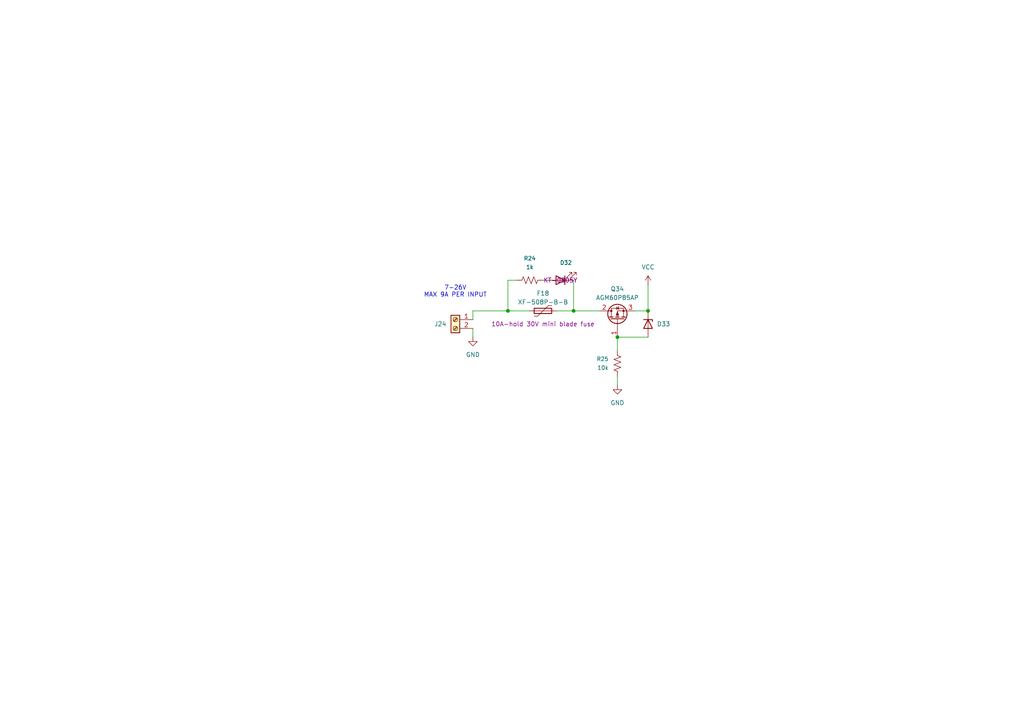
<source format=kicad_sch>
(kicad_sch (version 20250114) (generator "eeschema") (generator_version "9.0")
  (paper "A4")
  (lib_symbols
    (symbol "Connector:Screw_Terminal_01x02" (pin_names (offset 1.016) (hide yes))
      (property "Reference" "J" (at 0 2.54 0))
      (property "Value" "Screw_Terminal_01x02" (at 0 -5.08 0))
      (symbol "Screw_Terminal_01x02_1_1"
        (rectangle (start -1.27 1.27) (end 1.27 -3.81) (stroke (width 0.254)) (fill (type background)))
        (polyline (pts (xy -0.5334 0.3302) (xy 0.3302 -0.508)) (stroke (width 0.1524)))
        (polyline (pts (xy -0.5334 -2.2098) (xy 0.3302 -3.048)) (stroke (width 0.1524)))
        (polyline (pts (xy -0.3556 0.508) (xy 0.508 -0.3302)) (stroke (width 0.1524)))
        (polyline (pts (xy -0.3556 -2.032) (xy 0.508 -2.8702)) (stroke (width 0.1524)))
        (circle (center 0 0) (radius 0.635) (stroke (width 0.1524)))
        (circle (center 0 -2.54) (radius 0.635) (stroke (width 0.1524)))
        (pin passive line (at -5.08 0 0) (length 3.81) (name "Pin_1") (number "1"))
        (pin passive line (at -5.08 -2.54 0) (length 3.81) (name "Pin_2") (number "2"))
      )
    )
    (symbol "Device:D_Zener" (pin_numbers (hide yes)) (pin_names (offset 1.016) (hide yes))
      (property "Reference" "D" (at 0 2.54 0))
      (property "Value" "D_Zener" (at 0 -2.54 0))
      (symbol "D_Zener_0_1"
        (polyline (pts (xy -1.27 -1.27) (xy -1.27 1.27) (xy -0.762 1.27)) (stroke (width 0.254)))
        (polyline (pts (xy 1.27 0) (xy -1.27 0)))
        (polyline (pts (xy 1.27 -1.27) (xy 1.27 1.27) (xy -1.27 0) (xy 1.27 -1.27)) (stroke (width 0.254)))
      )
      (symbol "D_Zener_1_1"
        (pin passive line (at -3.81 0 0) (length 2.54) (name "K") (number "1"))
        (pin passive line (at 3.81 0 180) (length 2.54) (name "A") (number "2"))
      )
    )
    (symbol "Device:LED" (pin_numbers (hide yes)) (pin_names (offset 1.016) (hide yes))
      (property "Reference" "D" (at 0 2.54 0))
      (property "Value" "LED" (at 0 -2.54 0))
      (symbol "LED_0_1"
        (polyline (pts (xy -3.048 -0.762) (xy -4.572 -2.286) (xy -3.81 -2.286) (xy -4.572 -2.286) (xy -4.572 -1.524)))
        (polyline (pts (xy -1.778 -0.762) (xy -3.302 -2.286) (xy -2.54 -2.286) (xy -3.302 -2.286) (xy -3.302 -1.524)))
        (polyline (pts (xy -1.27 0) (xy 1.27 0)))
        (polyline (pts (xy -1.27 -1.27) (xy -1.27 1.27)) (stroke (width 0.254)))
        (polyline (pts (xy 1.27 -1.27) (xy 1.27 1.27) (xy -1.27 0) (xy 1.27 -1.27)) (stroke (width 0.254)))
      )
      (symbol "LED_1_1"
        (pin passive line (at -3.81 0 0) (length 2.54) (name "K") (number "1"))
        (pin passive line (at 3.81 0 180) (length 2.54) (name "A") (number "2"))
      )
    )
    (symbol "Device:Polyfuse" (pin_numbers (hide yes)) (pin_names (offset 0))
      (property "Reference" "F" (at -2.54 0 90))
      (property "Value" "Polyfuse" (at 2.54 0 90))
      (symbol "Polyfuse_0_1"
        (polyline (pts (xy -1.524 2.54) (xy -1.524 1.524) (xy 1.524 -1.524) (xy 1.524 -2.54)))
        (rectangle (start -0.762 2.54) (end 0.762 -2.54) (stroke (width 0.254)))
        (polyline (pts (xy 0 2.54) (xy 0 -2.54)))
      )
      (symbol "Polyfuse_1_1"
        (pin passive line (at 0 3.81 270) (length 1.27) (name "~") (number "1"))
        (pin passive line (at 0 -3.81 90) (length 1.27) (name "~") (number "2"))
      )
    )
    (symbol "Device:R_US" (pin_numbers (hide yes)) (pin_names (offset 0))
      (property "Reference" "R" (at 2.54 0 90))
      (property "Value" "R_US" (at -2.54 0 90))
      (symbol "R_US_0_1"
        (polyline (pts (xy 0 2.286) (xy 0 2.54)))
        (polyline (pts (xy 0 2.286) (xy 1.016 1.905) (xy 0 1.524) (xy -1.016 1.143) (xy 0 0.762)))
        (polyline (pts (xy 0 0.762) (xy 1.016 0.381) (xy 0 0) (xy -1.016 -0.381) (xy 0 -0.762)))
        (polyline (pts (xy 0 -0.762) (xy 1.016 -1.143) (xy 0 -1.524) (xy -1.016 -1.905) (xy 0 -2.286)))
        (polyline (pts (xy 0 -2.286) (xy 0 -2.54)))
      )
      (symbol "R_US_1_1"
        (pin passive line (at 0 3.81 270) (length 1.27) (name "~") (number "1"))
        (pin passive line (at 0 -3.81 90) (length 1.27) (name "~") (number "2"))
      )
    )
    (symbol "Transistor_FET:SUD19P06-60" (pin_names (hide yes))
      (property "Reference" "Q" (at 4.953 1.905 0))
      (property "Value" "SUD19P06-60" (at 4.953 0 0))
      (symbol "SUD19P06-60_0_1"
        (polyline (pts (xy 0.254 1.905) (xy 0.254 -1.905)) (stroke (width 0.254)))
        (polyline (pts (xy 0.254 0) (xy -2.54 0)))
        (polyline (pts (xy 0.762 2.286) (xy 0.762 1.27)) (stroke (width 0.254)))
        (polyline (pts (xy 0.762 1.778) (xy 3.302 1.778) (xy 3.302 -1.778) (xy 0.762 -1.778)))
        (polyline (pts (xy 0.762 0.508) (xy 0.762 -0.508)) (stroke (width 0.254)))
        (polyline (pts (xy 0.762 -1.27) (xy 0.762 -2.286)) (stroke (width 0.254)))
        (circle (center 1.651 0) (radius 2.794) (stroke (width 0.254)))
        (polyline (pts (xy 2.286 0) (xy 1.27 0.381) (xy 1.27 -0.381) (xy 2.286 0)) (fill (type outline)))
        (polyline (pts (xy 2.54 2.54) (xy 2.54 1.778)))
        (circle (center 2.54 1.778) (radius 0.254) (fill (type outline)))
        (circle (center 2.54 -1.778) (radius 0.254) (fill (type outline)))
        (polyline (pts (xy 2.54 -2.54) (xy 2.54 0) (xy 0.762 0)))
        (polyline (pts (xy 2.794 -0.508) (xy 2.921 -0.381) (xy 3.683 -0.381) (xy 3.81 -0.254)))
        (polyline (pts (xy 3.302 -0.381) (xy 2.921 0.254) (xy 3.683 0.254) (xy 3.302 -0.381)))
      )
      (symbol "SUD19P06-60_1_1"
        (pin input line (at -5.08 0 0) (length 2.54) (name "G") (number "1"))
        (pin passive line (at 2.54 5.08 270) (length 2.54) (name "D") (number "2"))
        (pin passive line (at 2.54 -5.08 90) (length 2.54) (name "S") (number "3"))
      )
    )
    (symbol "power:GND" (power) (pin_numbers (hide yes)) (pin_names (offset 0) (hide yes))
      (property "Value" "GND" (at 0 -3.81 0))
      (symbol "GND_0_1"
        (polyline (pts (xy 0 0) (xy 0 -1.27) (xy 1.27 -1.27) (xy 0 -2.54) (xy -1.27 -1.27) (xy 0 -1.27)))
      )
      (symbol "GND_1_1"
        (pin power_in line (at 0 0 270) (length 0) (name "~") (number "1"))
      )
    )
    (symbol "power:VCC" (power) (pin_numbers (hide yes)) (pin_names (offset 0) (hide yes))
      (property "Value" "VCC" (at 0 3.556 0))
      (symbol "VCC_0_1"
        (polyline (pts (xy -0.762 1.27) (xy 0 2.54)))
        (polyline (pts (xy 0 2.54) (xy 0.762 1.27)))
        (polyline (pts (xy 0 0) (xy 0 2.54)))
      )
      (symbol "VCC_1_1"
        (pin power_in line (at 0 0 90) (length 0) (name "~") (number "1"))
      )
    )
  )
  (text "7-26V\nMAX 9A PER INPUT" (at 132.08 86.36 0) (effects (font (size 1.27 1.27)) (justify bottom)))
  (junction (at 166.37 90.17))
  (junction (at 147.32 90.17))
  (junction (at 187.96 90.17))
  (junction (at 179.07 97.79))
  (wire (pts (xy 161.29 90.17) (xy 166.37 90.17)))
  (wire (pts (xy 166.37 90.17) (xy 173.99 90.17)))
  (wire (pts (xy 179.07 97.79) (xy 187.96 97.79)))
  (wire (pts (xy 137.16 97.79) (xy 137.16 95.25)))
  (wire (pts (xy 147.32 90.17) (xy 153.67 90.17)))
  (wire (pts (xy 179.07 97.79) (xy 179.07 101.6)))
  (wire (pts (xy 147.32 81.28) (xy 149.86 81.28)))
  (wire (pts (xy 184.15 90.17) (xy 187.96 90.17)))
  (wire (pts (xy 179.07 109.22) (xy 179.07 111.76)))
  (wire (pts (xy 157.48 81.28) (xy 158.75 81.28)))
  (wire (pts (xy 137.16 90.17) (xy 147.32 90.17)))
  (wire (pts (xy 166.37 81.28) (xy 166.37 90.17)))
  (wire (pts (xy 147.32 81.28) (xy 147.32 90.17)))
  (wire (pts (xy 187.96 82.55) (xy 187.96 90.17)))
  (wire (pts (xy 137.16 92.71) (xy 137.16 90.17)))
  (symbol (lib_id "Device:R_US") (at 179.07 105.41 180) (unit 1)
    (property "Reference" "R8" (at 176.53 104.14 0) (effects (font (size 1.143 1.143)) (justify left)))
    (property "Value" "10k" (at 176.53 106.68 0) (effects (font (size 1.143 1.143)) (justify left)))
    (property "Footprint" "Resistor_SMD:R_0603_1608Metric" (effects (hide yes)))
    (property "Datasheet" "https://datasheet.lcsc.com/lcsc/2206010216_UNI-ROYAL-Uniroyal-Elec-0603WAJ0103T5E_C15401.pdf" (effects (hide yes)))
    (property "LCSC" "C15401" (effects (hide yes)))
    (instances (project "owl-driver-board-16" (path "" (reference "R25") (unit 1)) (path "" (reference "R27") (unit 1)) (path "" (reference "R8") (unit 1))))
  )
  (symbol (lib_id "Device:R_US") (at 153.67 81.28 270) (unit 1)
    (property "Reference" "R1" (at 153.67 74.93 90) (effects (font (size 1.143 1.143))))
    (property "Value" "1k" (at 153.67 77.47 90) (effects (font (size 1.143 1.143))))
    (property "Footprint" "Resistor_SMD:R_0603_1608Metric" (effects (hide yes)))
    (property "Datasheet" "https://datasheet.lcsc.com/lcsc/2206010130_UNI-ROYAL-Uniroyal-Elec-0603WAF1001T5E_C21190.pdf" (effects (hide yes)))
    (property "LCSC" "C21190" (effects (hide yes)))
    (instances (project "owl-driver-board-16" (path "" (reference "R24") (unit 1)) (path "" (reference "R26") (unit 1)) (path "" (reference "R1") (unit 1))))
  )
  (symbol (lib_id "Connector:Screw_Terminal_01x02") (at 132.08 92.71 0) (mirror y) (unit 1)
    (property "Reference" "J3" (at 129.54 93.9799 0) (effects (justify left)))
    (property "Value" "1890963" (effects (hide yes)))
    (property "Footprint" "Connector_JST:JST_VH_B2P-VH_1x02_P3.96mm_Vertical" (effects (hide yes)))
    (property "LCSC" "C265114 " (effects (hide yes)))
    (instances (project "owl-driver-board-16" (path "" (reference "J24") (unit 1)) (path "" (reference "J26") (unit 1)) (path "" (reference "J3") (unit 1))))
  )
  (symbol (lib_id "Transistor_FET:SUD19P06-60") (at 179.07 92.71 90) (unit 1)
    (property "Reference" "Q1" (at 179.07 83.82 90))
    (property "Value" "AGM60P85AP" (at 179.07 86.36 90))
    (property "Footprint" "misc:PDFN-8-3.3x3.3" (effects (hide yes)))
    (property "Datasheet" "https://datasheet.lcsc.com/lcsc/2309121403_AGM-Semi-AGM60P85AP_C17701049.pdf" (effects (hide yes)))
    (property "LCSC" "C17701049" (effects (hide yes)))
    (instances (project "owl-driver-board-16" (path "" (reference "Q34") (unit 1)) (path "" (reference "Q35") (unit 1)) (path "" (reference "Q1") (unit 1))))
  )
  (symbol (lib_id "Device:D_Zener") (at 187.96 93.98 270) (unit 1)
    (property "Reference" "D6" (at 190.5 93.9799 90) (effects (justify left)))
    (property "Value" "BZT52C5V1T" (effects (hide yes)))
    (property "Footprint" "misc:D_SOD-523_silkpolarity" (effects (hide yes)))
    (property "Datasheet" "https://datasheet.lcsc.com/lcsc/2401261513_BORN-BZT52C5V1T_C20612287.pdf" (effects (hide yes)))
    (property "Note" "9V Zener" (effects (hide yes)))
    (property "LCSC" "C2987034" (effects (hide yes)))
    (instances (project "owl-driver-board-16" (path "" (reference "D33") (unit 1)) (path "" (reference "D133") (unit 1)) (path "" (reference "D6") (unit 1))))
  )
  (symbol (lib_id "power:GND") (at 179.07 111.76 0) (unit 1)
    (property "Reference" "#PWR0113" (effects (hide yes)))
    (property "Value" "GND" (at 179.07 116.84 0))
    (instances (project "owl-driver-board-16" (path "" (reference "#PWR0227") (unit 1)) (path "" (reference "#PWR0229") (unit 1)) (path "" (reference "#PWR0113") (unit 1))))
  )
  (symbol (lib_id "Device:Polyfuse") (at 157.48 90.17 90) (unit 1)
    (property "Reference" "F1" (at 157.48 85.09 90))
    (property "Value" "XF-508P-B-B" (at 157.48 87.63 90))
    (property "Footprint" "Fuse:Fuseholder_Blade_Mini_Keystone_3568" (effects (hide yes)))
    (property "Datasheet" "https://www.lcsc.com/datasheet/lcsc_datasheet_2410121830_XFCN-XF-508P-B-B_C19727305.pdf" (effects (hide yes)))
    (property "Note" "10A-hold 30V mini blade fuse" (at 157.48 93.98 90))
    (property "LCSC" "C19727305" (effects (hide yes)))
    (instances (project "owl-driver-board-16" (path "" (reference "F18") (unit 1)) (path "" (reference "F19") (unit 1)) (path "" (reference "F1") (unit 1))))
  )
  (symbol (lib_id "power:GND") (at 137.16 97.79 0) (mirror y) (unit 1)
    (property "Reference" "#PWR0107" (effects (hide yes)))
    (property "Value" "GND" (at 137.16 102.87 0))
    (instances (project "owl-driver-board-16" (path "" (reference "#PWR0108") (unit 1)) (path "" (reference "#PWR0228") (unit 1)) (path "" (reference "#PWR0107") (unit 1))))
  )
  (symbol (lib_id "power:VCC") (at 187.96 82.55 0) (unit 1)
    (property "Reference" "#PWR0230" (effects (hide yes)))
    (property "Value" "VCC" (at 187.96 77.47 0))
    (instances (project "owl-driver-board-16" (path "" (reference "#PWR0231") (unit 1)) (path "" (reference "#PWR0232") (unit 1)) (path "" (reference "#PWR0230") (unit 1))))
  )
  (symbol (lib_id "Device:LED") (at 162.56 81.28 180) (unit 1)
    (property "Reference" "D1" (at 164.1475 76.2 0) (effects (font (size 1.143 1.143))))
    (property "Value" "KT-0805Y" (effects (hide yes)))
    (property "Footprint" "misc:LED_0805_2012Metric" (effects (hide yes)))
    (property "LCSC" "C2296" (effects (hide yes)))
    (property "Part" "KT-0805Y" (at 162.56 81.28 0))
    (instances (project "owl-driver-board-16" (path "" (reference "D32") (unit 1)) (path "" (reference "D132") (unit 1)) (path "" (reference "D1") (unit 1))))
  )
)
</source>
